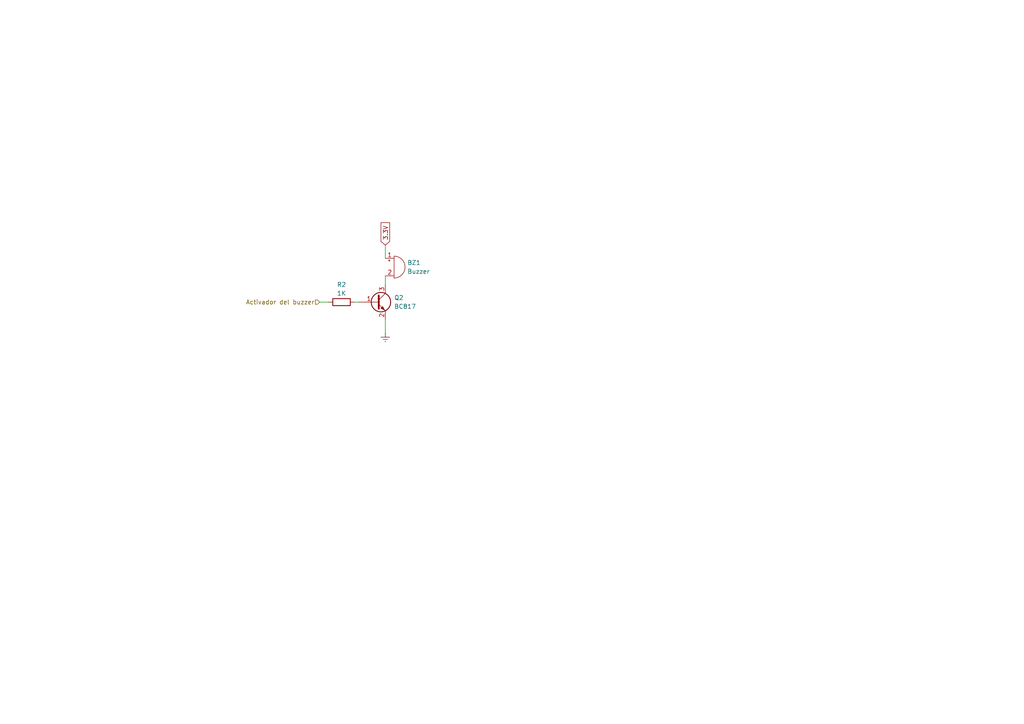
<source format=kicad_sch>
(kicad_sch (version 20230121) (generator eeschema)
  (paper "A4")
  (lib_symbols
    (symbol "Device:Buzzer" (pin_names (offset 0.0254) hide)
      (property "Reference" "BZ" (at 3.81 1.27 0))
      (property "Value" "Buzzer" (at 3.81 -1.27 0))
      (symbol "Buzzer_0_1"
        (arc (start 0 -3.175) (mid 3.1612 0) (end 0 3.175))
        (polyline (pts (xy -1.651 1.905) (xy -1.143 1.905)))
        (polyline (pts (xy -1.397 2.159) (xy -1.397 1.651)))
        (polyline (pts (xy 0 3.175) (xy 0 -3.175)))
      )
      (symbol "Buzzer_1_1"
        (pin passive line (at -2.54 2.54 0) (length 2.54) (name "-") (number "1"))
        (pin passive line (at -2.54 -2.54 0) (length 2.54) (name "+") (number "2"))
      )
    )
    (symbol "Device:R" (pin_numbers hide) (pin_names (offset 0))
      (property "Reference" "R" (at 2.032 0 90))
      (property "Value" "R" (at 0 0 90))
      (symbol "R_0_1"
        (rectangle (start -1.016 -2.54) (end 1.016 2.54) (stroke (width 0.254)))
      )
      (symbol "R_1_1"
        (pin passive line (at 0 3.81 270) (length 1.27) (name "~") (number "1"))
        (pin passive line (at 0 -3.81 90) (length 1.27) (name "~") (number "2"))
      )
    )
    (symbol "Transistor_BJT:BC817" (pin_names (offset 0) hide)
      (property "Reference" "Q" (at 5.08 1.905 0))
      (property "Value" "BC817" (at 5.08 0 0))
      (symbol "BC817_0_1"
        (polyline (pts (xy 0.635 0.635) (xy 2.54 2.54)))
        (polyline (pts (xy 0.635 -0.635) (xy 2.54 -2.54) (xy 2.54 -2.54)))
        (polyline (pts (xy 0.635 1.905) (xy 0.635 -1.905) (xy 0.635 -1.905)) (stroke (width 0.508)))
        (polyline (pts (xy 1.27 -1.778) (xy 1.778 -1.27) (xy 2.286 -2.286) (xy 1.27 -1.778) (xy 1.27 -1.778)) (fill (type outline)))
        (circle (center 1.27 0) (radius 2.8194) (stroke (width 0.254)))
      )
      (symbol "BC817_1_1"
        (pin input line (at -5.08 0 0) (length 5.715) (name "B") (number "1"))
        (pin passive line (at 2.54 -5.08 90) (length 2.54) (name "E") (number "2"))
        (pin passive line (at 2.54 5.08 270) (length 2.54) (name "C") (number "3"))
      )
    )
    (symbol "power:Earth" (power) (pin_names (offset 0))
      (symbol "Earth_0_1"
        (polyline (pts (xy -0.635 -1.905) (xy 0.635 -1.905)))
        (polyline (pts (xy -0.127 -2.54) (xy 0.127 -2.54)))
        (polyline (pts (xy 0 -1.27) (xy 0 0)))
        (polyline (pts (xy 1.27 -1.27) (xy -1.27 -1.27)))
      )
      (symbol "Earth_1_1"
        (pin power_in line (at 0 0 270) (length 0) hide (name "Earth") (number "1"))
      )
    )
  )
  (wire (pts (xy 102.87 87.63) (xy 104.14 87.63)))
  (wire (pts (xy 111.76 92.71) (xy 111.76 96.52)))
  (wire (pts (xy 111.76 71.12) (xy 111.76 74.93)))
  (wire (pts (xy 111.76 80.01) (xy 111.76 82.55)))
  (wire (pts (xy 92.71 87.63) (xy 95.25 87.63)))
  (global_label "3.3V" (shape input) (at 111.76 71.12 90) (property "Intersheetrefs" "${INTERSHEET_REFS}" (effects hide)))
  (hierarchical_label "Activador del buzzer" (shape input) (at 92.71 87.63 180))
  (symbol (lib_id "Transistor_BJT:BC817") (at 109.22 87.63 0) (unit 1)
    (property "Reference" "Q2" (at 114.3 86.3599 0) (effects (justify left)))
    (property "Value" "BC817" (at 114.3 88.8999 0) (effects (justify left)))
    (property "Footprint" "Package_TO_SOT_SMD:SOT-23" (effects hide))
    (property "Datasheet" "https://www.onsemi.com/pub/Collateral/BC818-D.pdf" (effects hide))
  )
  (symbol (lib_id "power:Earth") (at 111.76 96.52 0) (unit 1)
    (property "Reference" "#PWR06" (effects hide))
    (property "Value" "Earth" (effects hide))
  )
  (symbol (lib_id "Device:R") (at 99.06 87.63 90) (unit 1)
    (property "Reference" "R2" (at 99.06 82.55 90))
    (property "Value" "1K" (at 99.06 85.09 90))
    (property "Footprint" "Resistor_SMD:R_0603_1608Metric" (effects hide))
    (instances (project "KISS_V2" (path "" (reference "R2") (unit 1)) (path "" (reference "R6") (unit 1)) (path "" (reference "R3") (unit 1))))
  )
  (symbol (lib_id "Device:Buzzer") (at 114.3 77.47 0) (unit 1)
    (property "Reference" "BZ1" (at 118.11 76.1999 0) (effects (justify left)))
    (property "Value" "Buzzer" (at 118.11 78.7399 0) (effects (justify left)))
    (property "Footprint" "Buzzer_Beeper:Buzzer_12x9.5RM7.6" (effects hide))
  )
)
</source>
